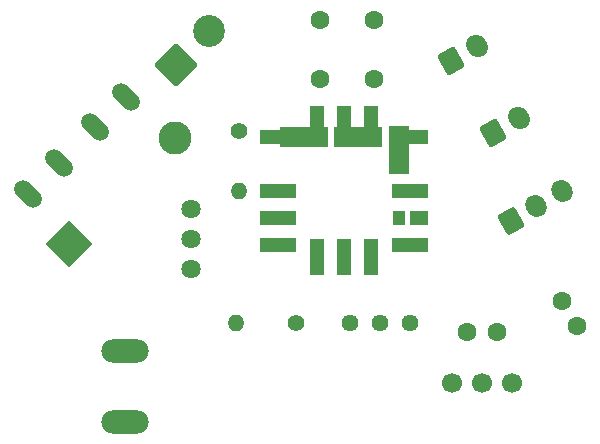
<source format=gbr>
%TF.GenerationSoftware,KiCad,Pcbnew,(6.0.5)*%
%TF.CreationDate,2023-02-26T21:46:22+09:00*%
%TF.ProjectId,psu_board,7073755f-626f-4617-9264-2e6b69636164,rev?*%
%TF.SameCoordinates,Original*%
%TF.FileFunction,Soldermask,Top*%
%TF.FilePolarity,Negative*%
%FSLAX46Y46*%
G04 Gerber Fmt 4.6, Leading zero omitted, Abs format (unit mm)*
G04 Created by KiCad (PCBNEW (6.0.5)) date 2023-02-26 21:46:22*
%MOMM*%
%LPD*%
G01*
G04 APERTURE LIST*
G04 Aperture macros list*
%AMRoundRect*
0 Rectangle with rounded corners*
0 $1 Rounding radius*
0 $2 $3 $4 $5 $6 $7 $8 $9 X,Y pos of 4 corners*
0 Add a 4 corners polygon primitive as box body*
4,1,4,$2,$3,$4,$5,$6,$7,$8,$9,$2,$3,0*
0 Add four circle primitives for the rounded corners*
1,1,$1+$1,$2,$3*
1,1,$1+$1,$4,$5*
1,1,$1+$1,$6,$7*
1,1,$1+$1,$8,$9*
0 Add four rect primitives between the rounded corners*
20,1,$1+$1,$2,$3,$4,$5,0*
20,1,$1+$1,$4,$5,$6,$7,0*
20,1,$1+$1,$6,$7,$8,$9,0*
20,1,$1+$1,$8,$9,$2,$3,0*%
%AMHorizOval*
0 Thick line with rounded ends*
0 $1 width*
0 $2 $3 position (X,Y) of the first rounded end (center of the circle)*
0 $4 $5 position (X,Y) of the second rounded end (center of the circle)*
0 Add line between two ends*
20,1,$1,$2,$3,$4,$5,0*
0 Add two circle primitives to create the rounded ends*
1,1,$1,$2,$3*
1,1,$1,$4,$5*%
%AMRotRect*
0 Rectangle, with rotation*
0 The origin of the aperture is its center*
0 $1 length*
0 $2 width*
0 $3 Rotation angle, in degrees counterclockwise*
0 Add horizontal line*
21,1,$1,$2,0,0,$3*%
%AMOutline4P*
0 Free polygon, 4 corners , with rotation*
0 The origin of the aperture is its center*
0 number of corners: always 4*
0 $1 to $8 corner X, Y*
0 $9 Rotation angle, in degrees counterclockwise*
0 create outline with 4 corners*
4,1,4,$1,$2,$3,$4,$5,$6,$7,$8,$1,$2,$9*%
G04 Aperture macros list end*
%ADD10HorizOval,1.500000X-0.424264X0.424264X0.424264X-0.424264X0*%
%ADD11RotRect,2.800000X2.800000X45.000000*%
%ADD12HorizOval,2.800000X0.000000X0.000000X0.000000X0.000000X0*%
%ADD13C,1.600000*%
%ADD14RoundRect,0.250000X-0.144615X-0.949519X0.894615X-0.349519X0.144615X0.949519X-0.894615X0.349519X0*%
%ADD15HorizOval,1.700000X-0.075000X0.129904X0.075000X-0.129904X0*%
%ADD16C,1.635000*%
%ADD17RoundRect,0.250000X-0.157115X-0.927868X0.882115X-0.327868X0.157115X0.927868X-0.882115X0.327868X0*%
%ADD18HorizOval,1.700000X-0.062500X0.108253X0.062500X-0.108253X0*%
%ADD19C,1.400000*%
%ADD20O,1.400000X1.400000*%
%ADD21C,1.440000*%
%ADD22RoundRect,0.250001X0.000000X-1.555634X1.555634X0.000000X0.000000X1.555634X-1.555634X0.000000X0*%
%ADD23C,2.700000*%
%ADD24O,4.000000X2.000000*%
%ADD25Outline4P,-1.500000X-0.600000X1.500000X-0.600000X1.500000X0.600000X-1.500000X0.600000X0.000000*%
%ADD26Outline4P,-2.035000X-0.885000X2.035000X-0.885000X2.035000X0.885000X-2.035000X0.885000X0.000000*%
%ADD27Outline4P,-0.600000X-1.500000X0.600000X-1.500000X0.600000X1.500000X-0.600000X1.500000X0.000000*%
%ADD28Outline4P,-0.885000X-2.035000X0.885000X-2.035000X0.885000X2.035000X-0.885000X2.035000X0.000000*%
%ADD29Outline4P,-0.750000X-0.600000X0.750000X-0.600000X0.750000X0.600000X-0.750000X0.600000X0.000000*%
%ADD30Outline4P,-0.500000X-0.600000X0.500000X-0.600000X0.500000X0.600000X-0.500000X0.600000X0.000000*%
%ADD31C,1.700000*%
G04 APERTURE END LIST*
D10*
%TO.C,F1*%
X133150523Y-89571374D03*
X130534228Y-92187669D03*
X124877374Y-97844523D03*
X127493669Y-95228228D03*
%TD*%
D11*
%TO.C,D1*%
X128351872Y-102026129D03*
D12*
X137332128Y-93045873D03*
%TD*%
D13*
%TO.C,C4*%
X170063000Y-106867468D03*
X171313000Y-109032532D03*
%TD*%
D14*
%TO.C,Kiker PSU*%
X160706969Y-86530337D03*
D15*
X162872033Y-85280337D03*
%TD*%
D13*
%TO.C,22\u03BCF*%
X149606000Y-88098000D03*
X149606000Y-83098000D03*
%TD*%
D16*
%TO.C,SW2*%
X138684000Y-99060000D03*
X138684000Y-101600000D03*
X138684000Y-104140000D03*
%TD*%
D17*
%TO.C,MB*%
X165720437Y-100109337D03*
D18*
X167885501Y-98859337D03*
X170050564Y-97609337D03*
%TD*%
D19*
%TO.C,R1*%
X142748000Y-92456000D03*
D20*
X142748000Y-97536000D03*
%TD*%
D21*
%TO.C,RV1*%
X152136000Y-108712000D03*
X154676000Y-108712000D03*
X157216000Y-108712000D03*
%TD*%
D19*
%TO.C,R2*%
X147574000Y-108712000D03*
D20*
X142494000Y-108712000D03*
%TD*%
D13*
%TO.C,C3*%
X162072000Y-109474000D03*
X164572000Y-109474000D03*
%TD*%
D22*
%TO.C,BT1*%
X137403020Y-86863163D03*
D23*
X140203163Y-84063020D03*
%TD*%
D24*
%TO.C,SW1*%
X133096000Y-117094000D03*
X133096000Y-111094000D03*
%TD*%
D13*
%TO.C,10\u03BCF*%
X154178000Y-88098000D03*
X154178000Y-83098000D03*
%TD*%
D25*
%TO.C,U1*%
X146038000Y-97536000D03*
X146038000Y-92956000D03*
D26*
X148203000Y-92956000D03*
D27*
X149348000Y-91936000D03*
X153928000Y-91936000D03*
X151638000Y-91936000D03*
D26*
X152783000Y-92956000D03*
D28*
X156238000Y-94101000D03*
D25*
X157238000Y-92956000D03*
X157238000Y-97536000D03*
X157238000Y-102116000D03*
D27*
X151638000Y-103136000D03*
X149348000Y-103136000D03*
D25*
X146038000Y-102116000D03*
X146038000Y-99826000D03*
D29*
X157988000Y-99826000D03*
D27*
X153928000Y-103136000D03*
D30*
X156238000Y-99826000D03*
%TD*%
D14*
%TO.C,MD*%
X164262969Y-92626337D03*
D15*
X166428033Y-91376337D03*
%TD*%
D31*
%TO.C,U2*%
X160782000Y-113792000D03*
X165862000Y-113792000D03*
X163322000Y-113792000D03*
%TD*%
M02*

</source>
